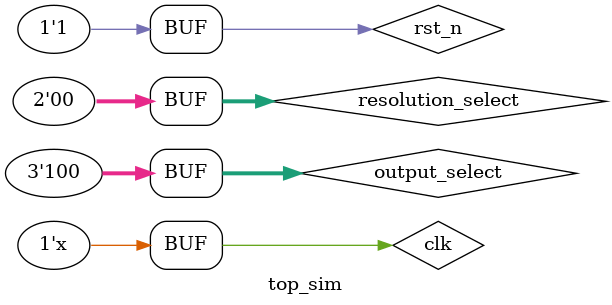
<source format=v>
`timescale 1ps / 1ps


module top_sim( );
reg clk, rst_n;
reg [2:0] output_select;
reg [1:0] resolution_select;
wire [3:0] o_r;
wire [3:0] o_g;
wire [3:0] o_b;
wire h_sync, v_sync;

top u(clk, rst_n, output_select, resolution_select, o_r, o_g, o_b, h_sync, v_sync);

always
    #5 clk = ~clk;
initial
begin
    clk = 0;
    rst_n = 0;
    resolution_select = 2'b00;
    #10 rst_n = 1;
    output_select = 3'b100;
end
endmodule

</source>
